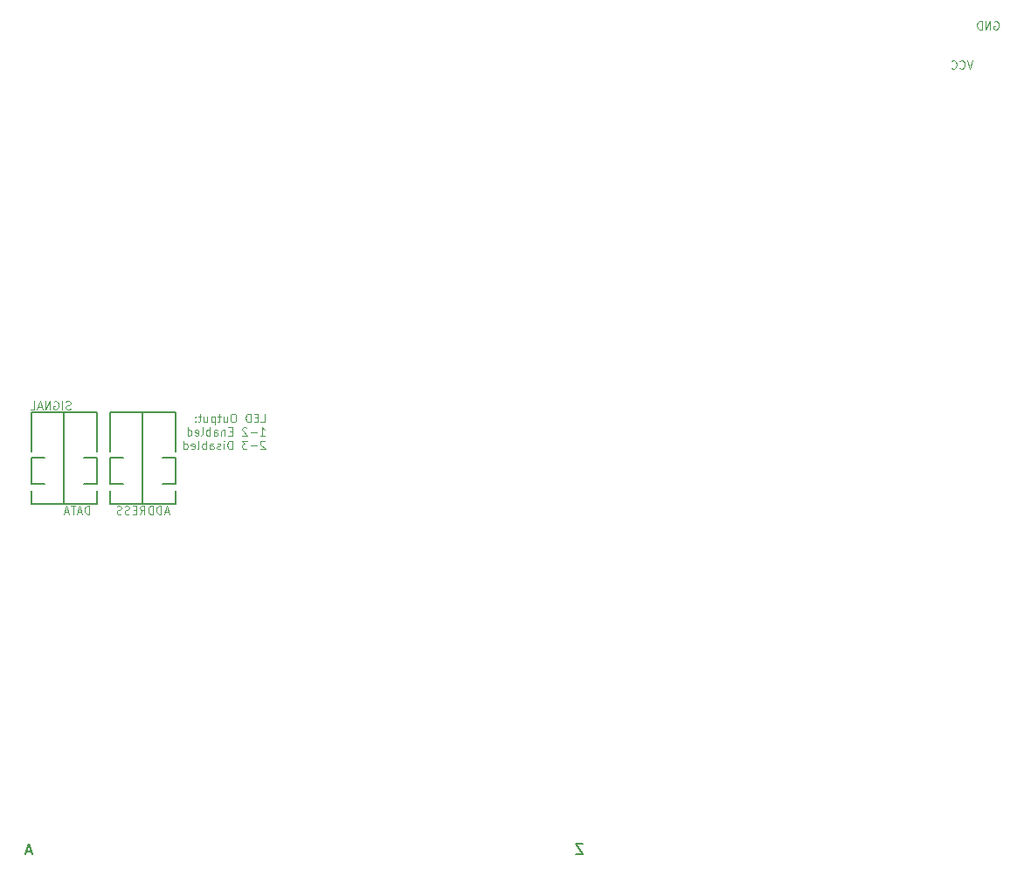
<source format=gbo>
%TF.GenerationSoftware,KiCad,Pcbnew,(5.1.8)-1*%
%TF.CreationDate,2021-03-16T23:03:37+01:00*%
%TF.ProjectId,C64 BlinkenDiag,43363420-426c-4696-9e6b-656e44696167,rev?*%
%TF.SameCoordinates,Original*%
%TF.FileFunction,Legend,Bot*%
%TF.FilePolarity,Positive*%
%FSLAX46Y46*%
G04 Gerber Fmt 4.6, Leading zero omitted, Abs format (unit mm)*
G04 Created by KiCad (PCBNEW (5.1.8)-1) date 2021-03-16 23:03:37*
%MOMM*%
%LPD*%
G01*
G04 APERTURE LIST*
%ADD10C,0.100000*%
%ADD11C,0.150000*%
G04 APERTURE END LIST*
D10*
X214045666Y-34486904D02*
X213779000Y-35286904D01*
X213512333Y-34486904D01*
X212788523Y-35210714D02*
X212826619Y-35248809D01*
X212940904Y-35286904D01*
X213017095Y-35286904D01*
X213131380Y-35248809D01*
X213207571Y-35172619D01*
X213245666Y-35096428D01*
X213283761Y-34944047D01*
X213283761Y-34829761D01*
X213245666Y-34677380D01*
X213207571Y-34601190D01*
X213131380Y-34525000D01*
X213017095Y-34486904D01*
X212940904Y-34486904D01*
X212826619Y-34525000D01*
X212788523Y-34563095D01*
X211988523Y-35210714D02*
X212026619Y-35248809D01*
X212140904Y-35286904D01*
X212217095Y-35286904D01*
X212331380Y-35248809D01*
X212407571Y-35172619D01*
X212445666Y-35096428D01*
X212483761Y-34944047D01*
X212483761Y-34829761D01*
X212445666Y-34677380D01*
X212407571Y-34601190D01*
X212331380Y-34525000D01*
X212217095Y-34486904D01*
X212140904Y-34486904D01*
X212026619Y-34525000D01*
X211988523Y-34563095D01*
X216128523Y-30715000D02*
X216204714Y-30676904D01*
X216319000Y-30676904D01*
X216433285Y-30715000D01*
X216509476Y-30791190D01*
X216547571Y-30867380D01*
X216585666Y-31019761D01*
X216585666Y-31134047D01*
X216547571Y-31286428D01*
X216509476Y-31362619D01*
X216433285Y-31438809D01*
X216319000Y-31476904D01*
X216242809Y-31476904D01*
X216128523Y-31438809D01*
X216090428Y-31400714D01*
X216090428Y-31134047D01*
X216242809Y-31134047D01*
X215747571Y-31476904D02*
X215747571Y-30676904D01*
X215290428Y-31476904D01*
X215290428Y-30676904D01*
X214909476Y-31476904D02*
X214909476Y-30676904D01*
X214719000Y-30676904D01*
X214604714Y-30715000D01*
X214528523Y-30791190D01*
X214490428Y-30867380D01*
X214452333Y-31019761D01*
X214452333Y-31134047D01*
X214490428Y-31286428D01*
X214528523Y-31362619D01*
X214604714Y-31438809D01*
X214719000Y-31476904D01*
X214909476Y-31476904D01*
X145032571Y-69546904D02*
X145413523Y-69546904D01*
X145413523Y-68746904D01*
X144765904Y-69127857D02*
X144499238Y-69127857D01*
X144384952Y-69546904D02*
X144765904Y-69546904D01*
X144765904Y-68746904D01*
X144384952Y-68746904D01*
X144042095Y-69546904D02*
X144042095Y-68746904D01*
X143851619Y-68746904D01*
X143737333Y-68785000D01*
X143661142Y-68861190D01*
X143623047Y-68937380D01*
X143584952Y-69089761D01*
X143584952Y-69204047D01*
X143623047Y-69356428D01*
X143661142Y-69432619D01*
X143737333Y-69508809D01*
X143851619Y-69546904D01*
X144042095Y-69546904D01*
X142480190Y-68746904D02*
X142327809Y-68746904D01*
X142251619Y-68785000D01*
X142175428Y-68861190D01*
X142137333Y-69013571D01*
X142137333Y-69280238D01*
X142175428Y-69432619D01*
X142251619Y-69508809D01*
X142327809Y-69546904D01*
X142480190Y-69546904D01*
X142556380Y-69508809D01*
X142632571Y-69432619D01*
X142670666Y-69280238D01*
X142670666Y-69013571D01*
X142632571Y-68861190D01*
X142556380Y-68785000D01*
X142480190Y-68746904D01*
X141451619Y-69013571D02*
X141451619Y-69546904D01*
X141794476Y-69013571D02*
X141794476Y-69432619D01*
X141756380Y-69508809D01*
X141680190Y-69546904D01*
X141565904Y-69546904D01*
X141489714Y-69508809D01*
X141451619Y-69470714D01*
X141184952Y-69013571D02*
X140880190Y-69013571D01*
X141070666Y-68746904D02*
X141070666Y-69432619D01*
X141032571Y-69508809D01*
X140956380Y-69546904D01*
X140880190Y-69546904D01*
X140613523Y-69013571D02*
X140613523Y-69813571D01*
X140613523Y-69051666D02*
X140537333Y-69013571D01*
X140384952Y-69013571D01*
X140308761Y-69051666D01*
X140270666Y-69089761D01*
X140232571Y-69165952D01*
X140232571Y-69394523D01*
X140270666Y-69470714D01*
X140308761Y-69508809D01*
X140384952Y-69546904D01*
X140537333Y-69546904D01*
X140613523Y-69508809D01*
X139546857Y-69013571D02*
X139546857Y-69546904D01*
X139889714Y-69013571D02*
X139889714Y-69432619D01*
X139851619Y-69508809D01*
X139775428Y-69546904D01*
X139661142Y-69546904D01*
X139584952Y-69508809D01*
X139546857Y-69470714D01*
X139280190Y-69013571D02*
X138975428Y-69013571D01*
X139165904Y-68746904D02*
X139165904Y-69432619D01*
X139127809Y-69508809D01*
X139051619Y-69546904D01*
X138975428Y-69546904D01*
X138708761Y-69470714D02*
X138670666Y-69508809D01*
X138708761Y-69546904D01*
X138746857Y-69508809D01*
X138708761Y-69470714D01*
X138708761Y-69546904D01*
X138708761Y-69051666D02*
X138670666Y-69089761D01*
X138708761Y-69127857D01*
X138746857Y-69089761D01*
X138708761Y-69051666D01*
X138708761Y-69127857D01*
X144994476Y-70846904D02*
X145451619Y-70846904D01*
X145223047Y-70846904D02*
X145223047Y-70046904D01*
X145299238Y-70161190D01*
X145375428Y-70237380D01*
X145451619Y-70275476D01*
X144651619Y-70542142D02*
X144042095Y-70542142D01*
X143699238Y-70123095D02*
X143661142Y-70085000D01*
X143584952Y-70046904D01*
X143394476Y-70046904D01*
X143318285Y-70085000D01*
X143280190Y-70123095D01*
X143242095Y-70199285D01*
X143242095Y-70275476D01*
X143280190Y-70389761D01*
X143737333Y-70846904D01*
X143242095Y-70846904D01*
X142289714Y-70427857D02*
X142023047Y-70427857D01*
X141908761Y-70846904D02*
X142289714Y-70846904D01*
X142289714Y-70046904D01*
X141908761Y-70046904D01*
X141565904Y-70313571D02*
X141565904Y-70846904D01*
X141565904Y-70389761D02*
X141527809Y-70351666D01*
X141451619Y-70313571D01*
X141337333Y-70313571D01*
X141261142Y-70351666D01*
X141223047Y-70427857D01*
X141223047Y-70846904D01*
X140499238Y-70846904D02*
X140499238Y-70427857D01*
X140537333Y-70351666D01*
X140613523Y-70313571D01*
X140765904Y-70313571D01*
X140842095Y-70351666D01*
X140499238Y-70808809D02*
X140575428Y-70846904D01*
X140765904Y-70846904D01*
X140842095Y-70808809D01*
X140880190Y-70732619D01*
X140880190Y-70656428D01*
X140842095Y-70580238D01*
X140765904Y-70542142D01*
X140575428Y-70542142D01*
X140499238Y-70504047D01*
X140118285Y-70846904D02*
X140118285Y-70046904D01*
X140118285Y-70351666D02*
X140042095Y-70313571D01*
X139889714Y-70313571D01*
X139813523Y-70351666D01*
X139775428Y-70389761D01*
X139737333Y-70465952D01*
X139737333Y-70694523D01*
X139775428Y-70770714D01*
X139813523Y-70808809D01*
X139889714Y-70846904D01*
X140042095Y-70846904D01*
X140118285Y-70808809D01*
X139280190Y-70846904D02*
X139356380Y-70808809D01*
X139394476Y-70732619D01*
X139394476Y-70046904D01*
X138670666Y-70808809D02*
X138746857Y-70846904D01*
X138899238Y-70846904D01*
X138975428Y-70808809D01*
X139013523Y-70732619D01*
X139013523Y-70427857D01*
X138975428Y-70351666D01*
X138899238Y-70313571D01*
X138746857Y-70313571D01*
X138670666Y-70351666D01*
X138632571Y-70427857D01*
X138632571Y-70504047D01*
X139013523Y-70580238D01*
X137946857Y-70846904D02*
X137946857Y-70046904D01*
X137946857Y-70808809D02*
X138023047Y-70846904D01*
X138175428Y-70846904D01*
X138251619Y-70808809D01*
X138289714Y-70770714D01*
X138327809Y-70694523D01*
X138327809Y-70465952D01*
X138289714Y-70389761D01*
X138251619Y-70351666D01*
X138175428Y-70313571D01*
X138023047Y-70313571D01*
X137946857Y-70351666D01*
X145451619Y-71423095D02*
X145413523Y-71385000D01*
X145337333Y-71346904D01*
X145146857Y-71346904D01*
X145070666Y-71385000D01*
X145032571Y-71423095D01*
X144994476Y-71499285D01*
X144994476Y-71575476D01*
X145032571Y-71689761D01*
X145489714Y-72146904D01*
X144994476Y-72146904D01*
X144651619Y-71842142D02*
X144042095Y-71842142D01*
X143737333Y-71346904D02*
X143242095Y-71346904D01*
X143508761Y-71651666D01*
X143394476Y-71651666D01*
X143318285Y-71689761D01*
X143280190Y-71727857D01*
X143242095Y-71804047D01*
X143242095Y-71994523D01*
X143280190Y-72070714D01*
X143318285Y-72108809D01*
X143394476Y-72146904D01*
X143623047Y-72146904D01*
X143699238Y-72108809D01*
X143737333Y-72070714D01*
X142289714Y-72146904D02*
X142289714Y-71346904D01*
X142099238Y-71346904D01*
X141984952Y-71385000D01*
X141908761Y-71461190D01*
X141870666Y-71537380D01*
X141832571Y-71689761D01*
X141832571Y-71804047D01*
X141870666Y-71956428D01*
X141908761Y-72032619D01*
X141984952Y-72108809D01*
X142099238Y-72146904D01*
X142289714Y-72146904D01*
X141489714Y-72146904D02*
X141489714Y-71613571D01*
X141489714Y-71346904D02*
X141527809Y-71385000D01*
X141489714Y-71423095D01*
X141451619Y-71385000D01*
X141489714Y-71346904D01*
X141489714Y-71423095D01*
X141146857Y-72108809D02*
X141070666Y-72146904D01*
X140918285Y-72146904D01*
X140842095Y-72108809D01*
X140804000Y-72032619D01*
X140804000Y-71994523D01*
X140842095Y-71918333D01*
X140918285Y-71880238D01*
X141032571Y-71880238D01*
X141108761Y-71842142D01*
X141146857Y-71765952D01*
X141146857Y-71727857D01*
X141108761Y-71651666D01*
X141032571Y-71613571D01*
X140918285Y-71613571D01*
X140842095Y-71651666D01*
X140118285Y-72146904D02*
X140118285Y-71727857D01*
X140156380Y-71651666D01*
X140232571Y-71613571D01*
X140384952Y-71613571D01*
X140461142Y-71651666D01*
X140118285Y-72108809D02*
X140194476Y-72146904D01*
X140384952Y-72146904D01*
X140461142Y-72108809D01*
X140499238Y-72032619D01*
X140499238Y-71956428D01*
X140461142Y-71880238D01*
X140384952Y-71842142D01*
X140194476Y-71842142D01*
X140118285Y-71804047D01*
X139737333Y-72146904D02*
X139737333Y-71346904D01*
X139737333Y-71651666D02*
X139661142Y-71613571D01*
X139508761Y-71613571D01*
X139432571Y-71651666D01*
X139394476Y-71689761D01*
X139356380Y-71765952D01*
X139356380Y-71994523D01*
X139394476Y-72070714D01*
X139432571Y-72108809D01*
X139508761Y-72146904D01*
X139661142Y-72146904D01*
X139737333Y-72108809D01*
X138899238Y-72146904D02*
X138975428Y-72108809D01*
X139013523Y-72032619D01*
X139013523Y-71346904D01*
X138289714Y-72108809D02*
X138365904Y-72146904D01*
X138518285Y-72146904D01*
X138594476Y-72108809D01*
X138632571Y-72032619D01*
X138632571Y-71727857D01*
X138594476Y-71651666D01*
X138518285Y-71613571D01*
X138365904Y-71613571D01*
X138289714Y-71651666D01*
X138251619Y-71727857D01*
X138251619Y-71804047D01*
X138632571Y-71880238D01*
X137565904Y-72146904D02*
X137565904Y-71346904D01*
X137565904Y-72108809D02*
X137642095Y-72146904D01*
X137794476Y-72146904D01*
X137870666Y-72108809D01*
X137908761Y-72070714D01*
X137946857Y-71994523D01*
X137946857Y-71765952D01*
X137908761Y-71689761D01*
X137870666Y-71651666D01*
X137794476Y-71613571D01*
X137642095Y-71613571D01*
X137565904Y-71651666D01*
X136118285Y-78238333D02*
X135737333Y-78238333D01*
X136194476Y-78466904D02*
X135927809Y-77666904D01*
X135661142Y-78466904D01*
X135394476Y-78466904D02*
X135394476Y-77666904D01*
X135204000Y-77666904D01*
X135089714Y-77705000D01*
X135013523Y-77781190D01*
X134975428Y-77857380D01*
X134937333Y-78009761D01*
X134937333Y-78124047D01*
X134975428Y-78276428D01*
X135013523Y-78352619D01*
X135089714Y-78428809D01*
X135204000Y-78466904D01*
X135394476Y-78466904D01*
X134594476Y-78466904D02*
X134594476Y-77666904D01*
X134404000Y-77666904D01*
X134289714Y-77705000D01*
X134213523Y-77781190D01*
X134175428Y-77857380D01*
X134137333Y-78009761D01*
X134137333Y-78124047D01*
X134175428Y-78276428D01*
X134213523Y-78352619D01*
X134289714Y-78428809D01*
X134404000Y-78466904D01*
X134594476Y-78466904D01*
X133337333Y-78466904D02*
X133604000Y-78085952D01*
X133794476Y-78466904D02*
X133794476Y-77666904D01*
X133489714Y-77666904D01*
X133413523Y-77705000D01*
X133375428Y-77743095D01*
X133337333Y-77819285D01*
X133337333Y-77933571D01*
X133375428Y-78009761D01*
X133413523Y-78047857D01*
X133489714Y-78085952D01*
X133794476Y-78085952D01*
X132994476Y-78047857D02*
X132727809Y-78047857D01*
X132613523Y-78466904D02*
X132994476Y-78466904D01*
X132994476Y-77666904D01*
X132613523Y-77666904D01*
X132308761Y-78428809D02*
X132194476Y-78466904D01*
X132004000Y-78466904D01*
X131927809Y-78428809D01*
X131889714Y-78390714D01*
X131851619Y-78314523D01*
X131851619Y-78238333D01*
X131889714Y-78162142D01*
X131927809Y-78124047D01*
X132004000Y-78085952D01*
X132156380Y-78047857D01*
X132232571Y-78009761D01*
X132270666Y-77971666D01*
X132308761Y-77895476D01*
X132308761Y-77819285D01*
X132270666Y-77743095D01*
X132232571Y-77705000D01*
X132156380Y-77666904D01*
X131965904Y-77666904D01*
X131851619Y-77705000D01*
X131546857Y-78428809D02*
X131432571Y-78466904D01*
X131242095Y-78466904D01*
X131165904Y-78428809D01*
X131127809Y-78390714D01*
X131089714Y-78314523D01*
X131089714Y-78238333D01*
X131127809Y-78162142D01*
X131165904Y-78124047D01*
X131242095Y-78085952D01*
X131394476Y-78047857D01*
X131470666Y-78009761D01*
X131508761Y-77971666D01*
X131546857Y-77895476D01*
X131546857Y-77819285D01*
X131508761Y-77743095D01*
X131470666Y-77705000D01*
X131394476Y-77666904D01*
X131204000Y-77666904D01*
X131089714Y-77705000D01*
X128454000Y-78466904D02*
X128454000Y-77666904D01*
X128263523Y-77666904D01*
X128149238Y-77705000D01*
X128073047Y-77781190D01*
X128034952Y-77857380D01*
X127996857Y-78009761D01*
X127996857Y-78124047D01*
X128034952Y-78276428D01*
X128073047Y-78352619D01*
X128149238Y-78428809D01*
X128263523Y-78466904D01*
X128454000Y-78466904D01*
X127692095Y-78238333D02*
X127311142Y-78238333D01*
X127768285Y-78466904D02*
X127501619Y-77666904D01*
X127234952Y-78466904D01*
X127082571Y-77666904D02*
X126625428Y-77666904D01*
X126854000Y-78466904D02*
X126854000Y-77666904D01*
X126396857Y-78238333D02*
X126015904Y-78238333D01*
X126473047Y-78466904D02*
X126206380Y-77666904D01*
X125939714Y-78466904D01*
X126618761Y-68268809D02*
X126504476Y-68306904D01*
X126314000Y-68306904D01*
X126237809Y-68268809D01*
X126199714Y-68230714D01*
X126161619Y-68154523D01*
X126161619Y-68078333D01*
X126199714Y-68002142D01*
X126237809Y-67964047D01*
X126314000Y-67925952D01*
X126466380Y-67887857D01*
X126542571Y-67849761D01*
X126580666Y-67811666D01*
X126618761Y-67735476D01*
X126618761Y-67659285D01*
X126580666Y-67583095D01*
X126542571Y-67545000D01*
X126466380Y-67506904D01*
X126275904Y-67506904D01*
X126161619Y-67545000D01*
X125818761Y-68306904D02*
X125818761Y-67506904D01*
X125018761Y-67545000D02*
X125094952Y-67506904D01*
X125209238Y-67506904D01*
X125323523Y-67545000D01*
X125399714Y-67621190D01*
X125437809Y-67697380D01*
X125475904Y-67849761D01*
X125475904Y-67964047D01*
X125437809Y-68116428D01*
X125399714Y-68192619D01*
X125323523Y-68268809D01*
X125209238Y-68306904D01*
X125133047Y-68306904D01*
X125018761Y-68268809D01*
X124980666Y-68230714D01*
X124980666Y-67964047D01*
X125133047Y-67964047D01*
X124637809Y-68306904D02*
X124637809Y-67506904D01*
X124180666Y-68306904D01*
X124180666Y-67506904D01*
X123837809Y-68078333D02*
X123456857Y-68078333D01*
X123914000Y-68306904D02*
X123647333Y-67506904D01*
X123380666Y-68306904D01*
X122733047Y-68306904D02*
X123114000Y-68306904D01*
X123114000Y-67506904D01*
D11*
X136779000Y-77470000D02*
X136779000Y-76200000D01*
X133604000Y-68580000D02*
X133604000Y-77470000D01*
X130429000Y-76200000D02*
X130429000Y-77470000D01*
X130429000Y-77470000D02*
X136779000Y-77470000D01*
X136779000Y-68580000D02*
X136779000Y-72390000D01*
X130429000Y-68580000D02*
X136779000Y-68580000D01*
X130429000Y-72390000D02*
X130429000Y-68580000D01*
X125984000Y-68580000D02*
X125984000Y-77470000D01*
X129159000Y-77470000D02*
X129159000Y-76200000D01*
X122809000Y-77470000D02*
X129159000Y-77470000D01*
X122809000Y-76200000D02*
X122809000Y-77470000D01*
X129159000Y-68580000D02*
X129159000Y-72390000D01*
X122809000Y-68580000D02*
X129159000Y-68580000D01*
X122809000Y-72390000D02*
X122809000Y-68580000D01*
X129159000Y-75565000D02*
X129159000Y-73025000D01*
X127889000Y-75565000D02*
X129159000Y-75565000D01*
X129159000Y-73025000D02*
X127889000Y-73025000D01*
X136779000Y-75565000D02*
X136779000Y-73025000D01*
X135509000Y-75565000D02*
X136779000Y-75565000D01*
X136779000Y-73025000D02*
X135509000Y-73025000D01*
X130429000Y-73025000D02*
X130429000Y-75565000D01*
X131699000Y-73025000D02*
X130429000Y-73025000D01*
X130429000Y-75565000D02*
X131699000Y-75565000D01*
X122809000Y-75565000D02*
X124079000Y-75565000D01*
X122809000Y-73025000D02*
X122809000Y-75565000D01*
X124079000Y-73025000D02*
X122809000Y-73025000D01*
%TO.C,J1*%
X176228333Y-110450380D02*
X175561666Y-110450380D01*
X176228333Y-111450380D01*
X175561666Y-111450380D01*
X122793095Y-111164666D02*
X122316904Y-111164666D01*
X122888333Y-111450380D02*
X122555000Y-110450380D01*
X122221666Y-111450380D01*
%TD*%
M02*

</source>
